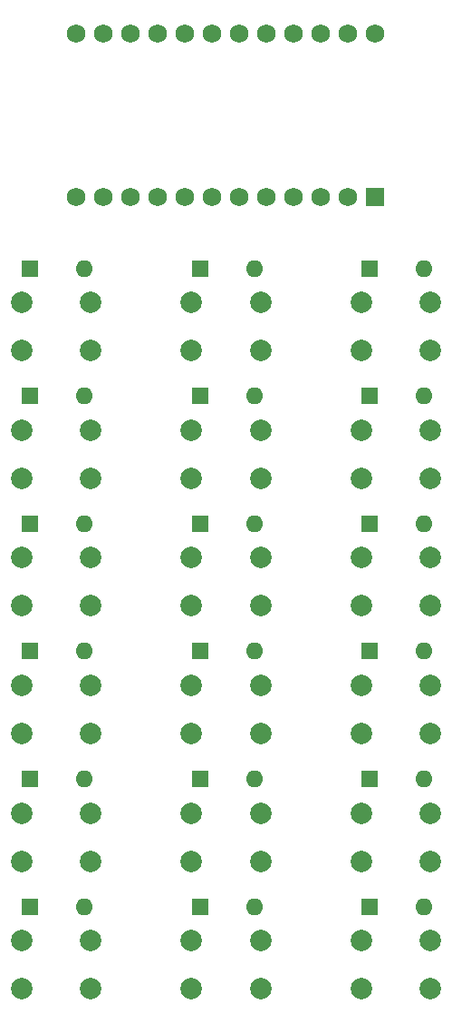
<source format=gbr>
%TF.GenerationSoftware,KiCad,Pcbnew,(5.1.9)-1*%
%TF.CreationDate,2021-06-02T16:01:08+02:00*%
%TF.ProjectId,LATE-9,4c415445-2d39-42e6-9b69-6361645f7063,rev?*%
%TF.SameCoordinates,Original*%
%TF.FileFunction,Soldermask,Top*%
%TF.FilePolarity,Negative*%
%FSLAX46Y46*%
G04 Gerber Fmt 4.6, Leading zero omitted, Abs format (unit mm)*
G04 Created by KiCad (PCBNEW (5.1.9)-1) date 2021-06-02 16:01:08*
%MOMM*%
%LPD*%
G01*
G04 APERTURE LIST*
%ADD10C,1.752600*%
%ADD11R,1.752600X1.752600*%
%ADD12C,2.000000*%
%ADD13O,1.600000X1.600000*%
%ADD14R,1.600000X1.600000*%
G04 APERTURE END LIST*
D10*
%TO.C,U1*%
X63976250Y-46355000D03*
X36036250Y-61595000D03*
X61436250Y-46355000D03*
X58896250Y-46355000D03*
X56356250Y-46355000D03*
X53816250Y-46355000D03*
X51276250Y-46355000D03*
X48736250Y-46355000D03*
X46196250Y-46355000D03*
X43656250Y-46355000D03*
X41116250Y-46355000D03*
X38576250Y-46355000D03*
X36036250Y-46355000D03*
X38576250Y-61595000D03*
X41116250Y-61595000D03*
X43656250Y-61595000D03*
X46196250Y-61595000D03*
X48736250Y-61595000D03*
X51276250Y-61595000D03*
X53816250Y-61595000D03*
X56356250Y-61595000D03*
X58896250Y-61595000D03*
X61436250Y-61595000D03*
D11*
X63976250Y-61595000D03*
%TD*%
D12*
%TO.C,SW18*%
X62706250Y-135468750D03*
X62706250Y-130968750D03*
X69206250Y-135468750D03*
X69206250Y-130968750D03*
%TD*%
%TO.C,SW17*%
X46831250Y-135468750D03*
X46831250Y-130968750D03*
X53331250Y-135468750D03*
X53331250Y-130968750D03*
%TD*%
%TO.C,SW16*%
X30956250Y-135468750D03*
X30956250Y-130968750D03*
X37456250Y-135468750D03*
X37456250Y-130968750D03*
%TD*%
%TO.C,SW15*%
X62706250Y-123562500D03*
X62706250Y-119062500D03*
X69206250Y-123562500D03*
X69206250Y-119062500D03*
%TD*%
%TO.C,SW14*%
X46831250Y-123562500D03*
X46831250Y-119062500D03*
X53331250Y-123562500D03*
X53331250Y-119062500D03*
%TD*%
%TO.C,SW13*%
X30956250Y-123562500D03*
X30956250Y-119062500D03*
X37456250Y-123562500D03*
X37456250Y-119062500D03*
%TD*%
%TO.C,SW12*%
X62706250Y-111656250D03*
X62706250Y-107156250D03*
X69206250Y-111656250D03*
X69206250Y-107156250D03*
%TD*%
%TO.C,SW11*%
X46831250Y-111656250D03*
X46831250Y-107156250D03*
X53331250Y-111656250D03*
X53331250Y-107156250D03*
%TD*%
%TO.C,SW10*%
X30956250Y-111656250D03*
X30956250Y-107156250D03*
X37456250Y-111656250D03*
X37456250Y-107156250D03*
%TD*%
%TO.C,SW9*%
X62706250Y-99750000D03*
X62706250Y-95250000D03*
X69206250Y-99750000D03*
X69206250Y-95250000D03*
%TD*%
%TO.C,SW8*%
X46831250Y-99750000D03*
X46831250Y-95250000D03*
X53331250Y-99750000D03*
X53331250Y-95250000D03*
%TD*%
%TO.C,SW7*%
X30956250Y-99750000D03*
X30956250Y-95250000D03*
X37456250Y-99750000D03*
X37456250Y-95250000D03*
%TD*%
%TO.C,SW6*%
X62706250Y-87843750D03*
X62706250Y-83343750D03*
X69206250Y-87843750D03*
X69206250Y-83343750D03*
%TD*%
%TO.C,SW5*%
X46831250Y-87843750D03*
X46831250Y-83343750D03*
X53331250Y-87843750D03*
X53331250Y-83343750D03*
%TD*%
%TO.C,SW4*%
X30956250Y-87843750D03*
X30956250Y-83343750D03*
X37456250Y-87843750D03*
X37456250Y-83343750D03*
%TD*%
%TO.C,SW3*%
X62706250Y-75937500D03*
X62706250Y-71437500D03*
X69206250Y-75937500D03*
X69206250Y-71437500D03*
%TD*%
%TO.C,SW2*%
X46831250Y-75937500D03*
X46831250Y-71437500D03*
X53331250Y-75937500D03*
X53331250Y-71437500D03*
%TD*%
%TO.C,SW1*%
X30956250Y-75937500D03*
X30956250Y-71437500D03*
X37456250Y-75937500D03*
X37456250Y-71437500D03*
%TD*%
D13*
%TO.C,D18*%
X68580000Y-127793750D03*
D14*
X63500000Y-127793750D03*
%TD*%
D13*
%TO.C,D17*%
X52705000Y-127793750D03*
D14*
X47625000Y-127793750D03*
%TD*%
D13*
%TO.C,D16*%
X36830000Y-127793750D03*
D14*
X31750000Y-127793750D03*
%TD*%
D13*
%TO.C,D15*%
X68580000Y-115887500D03*
D14*
X63500000Y-115887500D03*
%TD*%
D13*
%TO.C,D14*%
X52705000Y-115887500D03*
D14*
X47625000Y-115887500D03*
%TD*%
D13*
%TO.C,D13*%
X36830000Y-115887500D03*
D14*
X31750000Y-115887500D03*
%TD*%
D13*
%TO.C,D12*%
X68580000Y-103981250D03*
D14*
X63500000Y-103981250D03*
%TD*%
D13*
%TO.C,D11*%
X52705000Y-103981250D03*
D14*
X47625000Y-103981250D03*
%TD*%
D13*
%TO.C,D10*%
X36830000Y-103981250D03*
D14*
X31750000Y-103981250D03*
%TD*%
D13*
%TO.C,D9*%
X68580000Y-92075000D03*
D14*
X63500000Y-92075000D03*
%TD*%
D13*
%TO.C,D8*%
X52705000Y-92075000D03*
D14*
X47625000Y-92075000D03*
%TD*%
D13*
%TO.C,D7*%
X36830000Y-92075000D03*
D14*
X31750000Y-92075000D03*
%TD*%
D13*
%TO.C,D6*%
X68580000Y-80168750D03*
D14*
X63500000Y-80168750D03*
%TD*%
D13*
%TO.C,D5*%
X52705000Y-80168750D03*
D14*
X47625000Y-80168750D03*
%TD*%
D13*
%TO.C,D4*%
X36830000Y-80168750D03*
D14*
X31750000Y-80168750D03*
%TD*%
D13*
%TO.C,D3*%
X68580000Y-68262500D03*
D14*
X63500000Y-68262500D03*
%TD*%
D13*
%TO.C,D2*%
X52705000Y-68262500D03*
D14*
X47625000Y-68262500D03*
%TD*%
D13*
%TO.C,D1*%
X36830000Y-68262500D03*
D14*
X31750000Y-68262500D03*
%TD*%
M02*

</source>
